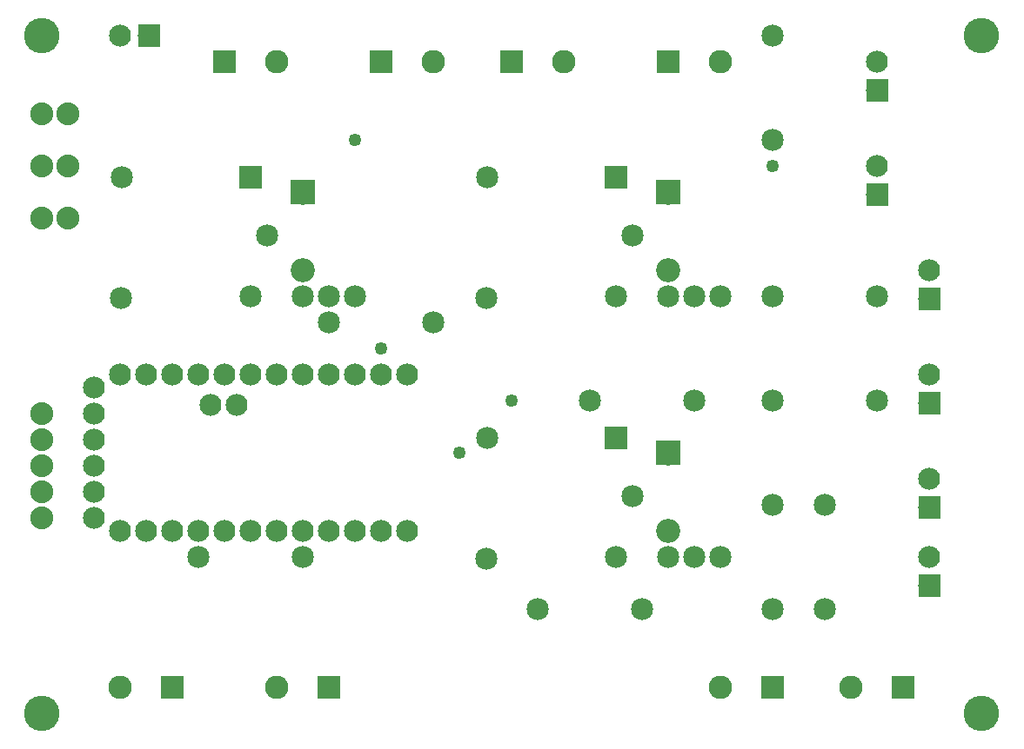
<source format=gts>
G04 MADE WITH FRITZING*
G04 WWW.FRITZING.ORG*
G04 DOUBLE SIDED*
G04 HOLES PLATED*
G04 CONTOUR ON CENTER OF CONTOUR VECTOR*
%ASAXBY*%
%FSLAX23Y23*%
%MOIN*%
%OFA0B0*%
%SFA1.0B1.0*%
%ADD10C,0.085000*%
%ADD11C,0.092000*%
%ADD12C,0.049370*%
%ADD13C,0.084000*%
%ADD14C,0.088000*%
%ADD15C,0.135984*%
%ADD16C,0.090000*%
%ADD17R,0.092000X0.092000*%
%ADD18R,0.085000X0.085000*%
%ADD19R,0.090000X0.090000*%
%ADD20R,0.001000X0.001000*%
%LNMASK1*%
G90*
G70*
G54D10*
X772Y807D03*
X1172Y807D03*
X2972Y2807D03*
X2972Y2407D03*
X2672Y1407D03*
X2272Y1407D03*
X2472Y607D03*
X2072Y607D03*
X1272Y1707D03*
X1672Y1707D03*
X2972Y1007D03*
X2972Y607D03*
X3372Y1807D03*
X2972Y1807D03*
X3372Y1407D03*
X2972Y1407D03*
X3172Y607D03*
X3172Y1007D03*
G54D11*
X2572Y1205D03*
X2572Y907D03*
X1172Y2205D03*
X1172Y1907D03*
X2572Y2205D03*
X2572Y1907D03*
G54D12*
X1472Y1607D03*
X2972Y2307D03*
X1372Y2407D03*
G54D13*
X582Y2807D03*
X472Y2807D03*
X582Y2807D03*
X472Y2807D03*
X3372Y2597D03*
X3372Y2707D03*
X3372Y2597D03*
X3372Y2707D03*
X3372Y2197D03*
X3372Y2307D03*
X3372Y2197D03*
X3372Y2307D03*
X3572Y1797D03*
X3572Y1907D03*
X3572Y1797D03*
X3572Y1907D03*
X3572Y697D03*
X3572Y807D03*
X3572Y697D03*
X3572Y807D03*
X3572Y997D03*
X3572Y1107D03*
X3572Y997D03*
X3572Y1107D03*
X3572Y1397D03*
X3572Y1507D03*
X3572Y1397D03*
X3572Y1507D03*
G54D12*
X1772Y1207D03*
G54D14*
X272Y2107D03*
X172Y2107D03*
X272Y2307D03*
X172Y2307D03*
X272Y2507D03*
X172Y2507D03*
X172Y1358D03*
X172Y1258D03*
X172Y1158D03*
X172Y1058D03*
X172Y958D03*
G54D15*
X172Y207D03*
X172Y2807D03*
X3772Y2807D03*
X3772Y207D03*
G54D12*
X1971Y1407D03*
G54D13*
X372Y1457D03*
X372Y1357D03*
X372Y1257D03*
X372Y1157D03*
X372Y1057D03*
X372Y957D03*
X472Y1507D03*
X572Y1507D03*
X672Y1507D03*
X772Y1507D03*
X872Y1507D03*
X817Y1392D03*
X917Y1392D03*
X972Y1507D03*
X1072Y1507D03*
X1172Y1507D03*
X1272Y1507D03*
X1372Y1507D03*
X1472Y1507D03*
X1572Y1507D03*
X1572Y907D03*
X1472Y907D03*
X1372Y907D03*
X1272Y907D03*
X1172Y907D03*
X1072Y907D03*
X972Y907D03*
X872Y907D03*
X772Y907D03*
X672Y907D03*
X572Y907D03*
X472Y907D03*
G54D10*
X2372Y2263D03*
X1878Y2263D03*
X1873Y1802D03*
X2434Y2041D03*
X2372Y1807D03*
X2372Y1263D03*
X1878Y1263D03*
X1873Y802D03*
X2434Y1041D03*
X2372Y807D03*
X972Y2263D03*
X478Y2263D03*
X473Y1802D03*
X1034Y2041D03*
X972Y1807D03*
X2572Y1807D03*
X2672Y1807D03*
X2772Y1807D03*
X2572Y807D03*
X2672Y807D03*
X2772Y807D03*
X1172Y1807D03*
X1272Y1807D03*
X1372Y1807D03*
G54D16*
X1272Y307D03*
X1072Y307D03*
X1472Y2707D03*
X1672Y2707D03*
X1972Y2707D03*
X2172Y2707D03*
X872Y2707D03*
X1072Y2707D03*
X2572Y2707D03*
X2772Y2707D03*
X672Y307D03*
X472Y307D03*
X3472Y307D03*
X3272Y307D03*
X2972Y307D03*
X2772Y307D03*
G54D17*
X2572Y1206D03*
X1172Y2206D03*
X2572Y2206D03*
G54D18*
X2372Y2263D03*
X2372Y1263D03*
X972Y2263D03*
G54D19*
X1272Y307D03*
X1472Y2707D03*
X1972Y2707D03*
X872Y2707D03*
X2572Y2707D03*
X672Y307D03*
X3472Y307D03*
X2972Y307D03*
G54D20*
X541Y2849D02*
X624Y2849D01*
X541Y2848D02*
X624Y2848D01*
X541Y2847D02*
X624Y2847D01*
X541Y2846D02*
X624Y2846D01*
X541Y2845D02*
X624Y2845D01*
X541Y2844D02*
X624Y2844D01*
X541Y2843D02*
X624Y2843D01*
X541Y2842D02*
X624Y2842D01*
X541Y2841D02*
X624Y2841D01*
X541Y2840D02*
X624Y2840D01*
X541Y2839D02*
X624Y2839D01*
X541Y2838D02*
X624Y2838D01*
X541Y2837D02*
X624Y2837D01*
X541Y2836D02*
X624Y2836D01*
X541Y2835D02*
X624Y2835D01*
X541Y2834D02*
X624Y2834D01*
X541Y2833D02*
X624Y2833D01*
X541Y2832D02*
X624Y2832D01*
X541Y2831D02*
X624Y2831D01*
X541Y2830D02*
X624Y2830D01*
X541Y2829D02*
X624Y2829D01*
X541Y2828D02*
X624Y2828D01*
X541Y2827D02*
X624Y2827D01*
X541Y2826D02*
X624Y2826D01*
X541Y2825D02*
X624Y2825D01*
X541Y2824D02*
X624Y2824D01*
X541Y2823D02*
X624Y2823D01*
X541Y2822D02*
X577Y2822D01*
X588Y2822D02*
X624Y2822D01*
X541Y2821D02*
X575Y2821D01*
X590Y2821D02*
X624Y2821D01*
X541Y2820D02*
X573Y2820D01*
X592Y2820D02*
X624Y2820D01*
X541Y2819D02*
X572Y2819D01*
X593Y2819D02*
X624Y2819D01*
X541Y2818D02*
X571Y2818D01*
X594Y2818D02*
X624Y2818D01*
X541Y2817D02*
X570Y2817D01*
X595Y2817D02*
X624Y2817D01*
X541Y2816D02*
X570Y2816D01*
X596Y2816D02*
X624Y2816D01*
X541Y2815D02*
X569Y2815D01*
X596Y2815D02*
X624Y2815D01*
X541Y2814D02*
X568Y2814D01*
X597Y2814D02*
X624Y2814D01*
X541Y2813D02*
X568Y2813D01*
X597Y2813D02*
X624Y2813D01*
X541Y2812D02*
X568Y2812D01*
X598Y2812D02*
X624Y2812D01*
X541Y2811D02*
X568Y2811D01*
X598Y2811D02*
X624Y2811D01*
X541Y2810D02*
X567Y2810D01*
X598Y2810D02*
X624Y2810D01*
X541Y2809D02*
X567Y2809D01*
X598Y2809D02*
X624Y2809D01*
X541Y2808D02*
X567Y2808D01*
X598Y2808D02*
X624Y2808D01*
X541Y2807D02*
X567Y2807D01*
X598Y2807D02*
X624Y2807D01*
X541Y2806D02*
X567Y2806D01*
X598Y2806D02*
X624Y2806D01*
X541Y2805D02*
X567Y2805D01*
X598Y2805D02*
X624Y2805D01*
X541Y2804D02*
X568Y2804D01*
X598Y2804D02*
X624Y2804D01*
X541Y2803D02*
X568Y2803D01*
X597Y2803D02*
X624Y2803D01*
X541Y2802D02*
X568Y2802D01*
X597Y2802D02*
X624Y2802D01*
X541Y2801D02*
X569Y2801D01*
X597Y2801D02*
X624Y2801D01*
X541Y2800D02*
X569Y2800D01*
X596Y2800D02*
X624Y2800D01*
X541Y2799D02*
X570Y2799D01*
X595Y2799D02*
X624Y2799D01*
X541Y2798D02*
X571Y2798D01*
X594Y2798D02*
X624Y2798D01*
X541Y2797D02*
X572Y2797D01*
X594Y2797D02*
X624Y2797D01*
X541Y2796D02*
X573Y2796D01*
X592Y2796D02*
X624Y2796D01*
X541Y2795D02*
X574Y2795D01*
X591Y2795D02*
X624Y2795D01*
X541Y2794D02*
X576Y2794D01*
X589Y2794D02*
X624Y2794D01*
X541Y2793D02*
X581Y2793D01*
X585Y2793D02*
X624Y2793D01*
X541Y2792D02*
X624Y2792D01*
X541Y2791D02*
X624Y2791D01*
X541Y2790D02*
X624Y2790D01*
X541Y2789D02*
X624Y2789D01*
X541Y2788D02*
X624Y2788D01*
X541Y2787D02*
X624Y2787D01*
X541Y2786D02*
X624Y2786D01*
X541Y2785D02*
X624Y2785D01*
X541Y2784D02*
X624Y2784D01*
X541Y2783D02*
X624Y2783D01*
X541Y2782D02*
X624Y2782D01*
X541Y2781D02*
X624Y2781D01*
X541Y2780D02*
X624Y2780D01*
X541Y2779D02*
X624Y2779D01*
X541Y2778D02*
X624Y2778D01*
X541Y2777D02*
X624Y2777D01*
X541Y2776D02*
X624Y2776D01*
X541Y2775D02*
X624Y2775D01*
X541Y2774D02*
X624Y2774D01*
X541Y2773D02*
X624Y2773D01*
X541Y2772D02*
X624Y2772D01*
X541Y2771D02*
X624Y2771D01*
X541Y2770D02*
X624Y2770D01*
X541Y2769D02*
X624Y2769D01*
X541Y2768D02*
X624Y2768D01*
X541Y2767D02*
X624Y2767D01*
X541Y2766D02*
X624Y2766D01*
X3331Y2639D02*
X3414Y2639D01*
X3331Y2638D02*
X3414Y2638D01*
X3331Y2637D02*
X3414Y2637D01*
X3331Y2636D02*
X3414Y2636D01*
X3331Y2635D02*
X3414Y2635D01*
X3331Y2634D02*
X3414Y2634D01*
X3331Y2633D02*
X3414Y2633D01*
X3331Y2632D02*
X3414Y2632D01*
X3331Y2631D02*
X3414Y2631D01*
X3331Y2630D02*
X3414Y2630D01*
X3331Y2629D02*
X3414Y2629D01*
X3331Y2628D02*
X3414Y2628D01*
X3331Y2627D02*
X3414Y2627D01*
X3331Y2626D02*
X3414Y2626D01*
X3331Y2625D02*
X3414Y2625D01*
X3331Y2624D02*
X3414Y2624D01*
X3331Y2623D02*
X3414Y2623D01*
X3331Y2622D02*
X3414Y2622D01*
X3331Y2621D02*
X3414Y2621D01*
X3331Y2620D02*
X3414Y2620D01*
X3331Y2619D02*
X3414Y2619D01*
X3331Y2618D02*
X3414Y2618D01*
X3331Y2617D02*
X3414Y2617D01*
X3331Y2616D02*
X3414Y2616D01*
X3331Y2615D02*
X3414Y2615D01*
X3331Y2614D02*
X3414Y2614D01*
X3331Y2613D02*
X3414Y2613D01*
X3331Y2612D02*
X3367Y2612D01*
X3378Y2612D02*
X3414Y2612D01*
X3331Y2611D02*
X3365Y2611D01*
X3380Y2611D02*
X3414Y2611D01*
X3331Y2610D02*
X3363Y2610D01*
X3382Y2610D02*
X3414Y2610D01*
X3331Y2609D02*
X3362Y2609D01*
X3383Y2609D02*
X3414Y2609D01*
X3331Y2608D02*
X3361Y2608D01*
X3384Y2608D02*
X3414Y2608D01*
X3331Y2607D02*
X3360Y2607D01*
X3385Y2607D02*
X3414Y2607D01*
X3331Y2606D02*
X3360Y2606D01*
X3386Y2606D02*
X3414Y2606D01*
X3331Y2605D02*
X3359Y2605D01*
X3386Y2605D02*
X3414Y2605D01*
X3331Y2604D02*
X3358Y2604D01*
X3387Y2604D02*
X3414Y2604D01*
X3331Y2603D02*
X3358Y2603D01*
X3387Y2603D02*
X3414Y2603D01*
X3331Y2602D02*
X3358Y2602D01*
X3388Y2602D02*
X3414Y2602D01*
X3331Y2601D02*
X3358Y2601D01*
X3388Y2601D02*
X3414Y2601D01*
X3331Y2600D02*
X3357Y2600D01*
X3388Y2600D02*
X3414Y2600D01*
X3331Y2599D02*
X3357Y2599D01*
X3388Y2599D02*
X3414Y2599D01*
X3331Y2598D02*
X3357Y2598D01*
X3388Y2598D02*
X3414Y2598D01*
X3331Y2597D02*
X3357Y2597D01*
X3388Y2597D02*
X3414Y2597D01*
X3331Y2596D02*
X3357Y2596D01*
X3388Y2596D02*
X3414Y2596D01*
X3331Y2595D02*
X3357Y2595D01*
X3388Y2595D02*
X3414Y2595D01*
X3331Y2594D02*
X3358Y2594D01*
X3388Y2594D02*
X3414Y2594D01*
X3331Y2593D02*
X3358Y2593D01*
X3387Y2593D02*
X3414Y2593D01*
X3331Y2592D02*
X3358Y2592D01*
X3387Y2592D02*
X3414Y2592D01*
X3331Y2591D02*
X3359Y2591D01*
X3387Y2591D02*
X3414Y2591D01*
X3331Y2590D02*
X3359Y2590D01*
X3386Y2590D02*
X3414Y2590D01*
X3331Y2589D02*
X3360Y2589D01*
X3385Y2589D02*
X3414Y2589D01*
X3331Y2588D02*
X3361Y2588D01*
X3384Y2588D02*
X3414Y2588D01*
X3331Y2587D02*
X3362Y2587D01*
X3384Y2587D02*
X3414Y2587D01*
X3331Y2586D02*
X3363Y2586D01*
X3382Y2586D02*
X3414Y2586D01*
X3331Y2585D02*
X3364Y2585D01*
X3381Y2585D02*
X3414Y2585D01*
X3331Y2584D02*
X3366Y2584D01*
X3379Y2584D02*
X3414Y2584D01*
X3331Y2583D02*
X3371Y2583D01*
X3375Y2583D02*
X3414Y2583D01*
X3331Y2582D02*
X3414Y2582D01*
X3331Y2581D02*
X3414Y2581D01*
X3331Y2580D02*
X3414Y2580D01*
X3331Y2579D02*
X3414Y2579D01*
X3331Y2578D02*
X3414Y2578D01*
X3331Y2577D02*
X3414Y2577D01*
X3331Y2576D02*
X3414Y2576D01*
X3331Y2575D02*
X3414Y2575D01*
X3331Y2574D02*
X3414Y2574D01*
X3331Y2573D02*
X3414Y2573D01*
X3331Y2572D02*
X3414Y2572D01*
X3331Y2571D02*
X3414Y2571D01*
X3331Y2570D02*
X3414Y2570D01*
X3331Y2569D02*
X3414Y2569D01*
X3331Y2568D02*
X3414Y2568D01*
X3331Y2567D02*
X3414Y2567D01*
X3331Y2566D02*
X3414Y2566D01*
X3331Y2565D02*
X3414Y2565D01*
X3331Y2564D02*
X3414Y2564D01*
X3331Y2563D02*
X3414Y2563D01*
X3331Y2562D02*
X3414Y2562D01*
X3331Y2561D02*
X3414Y2561D01*
X3331Y2560D02*
X3414Y2560D01*
X3331Y2559D02*
X3414Y2559D01*
X3331Y2558D02*
X3414Y2558D01*
X3331Y2557D02*
X3414Y2557D01*
X3331Y2556D02*
X3414Y2556D01*
X3331Y2239D02*
X3414Y2239D01*
X3331Y2238D02*
X3414Y2238D01*
X3331Y2237D02*
X3414Y2237D01*
X3331Y2236D02*
X3414Y2236D01*
X3331Y2235D02*
X3414Y2235D01*
X3331Y2234D02*
X3414Y2234D01*
X3331Y2233D02*
X3414Y2233D01*
X3331Y2232D02*
X3414Y2232D01*
X3331Y2231D02*
X3414Y2231D01*
X3331Y2230D02*
X3414Y2230D01*
X3331Y2229D02*
X3414Y2229D01*
X3331Y2228D02*
X3414Y2228D01*
X3331Y2227D02*
X3414Y2227D01*
X3331Y2226D02*
X3414Y2226D01*
X3331Y2225D02*
X3414Y2225D01*
X3331Y2224D02*
X3414Y2224D01*
X3331Y2223D02*
X3414Y2223D01*
X3331Y2222D02*
X3414Y2222D01*
X3331Y2221D02*
X3414Y2221D01*
X3331Y2220D02*
X3414Y2220D01*
X3331Y2219D02*
X3414Y2219D01*
X3331Y2218D02*
X3414Y2218D01*
X3331Y2217D02*
X3414Y2217D01*
X3331Y2216D02*
X3414Y2216D01*
X3331Y2215D02*
X3414Y2215D01*
X3331Y2214D02*
X3414Y2214D01*
X3331Y2213D02*
X3414Y2213D01*
X3331Y2212D02*
X3367Y2212D01*
X3378Y2212D02*
X3414Y2212D01*
X3331Y2211D02*
X3365Y2211D01*
X3380Y2211D02*
X3414Y2211D01*
X3331Y2210D02*
X3363Y2210D01*
X3382Y2210D02*
X3414Y2210D01*
X3331Y2209D02*
X3362Y2209D01*
X3383Y2209D02*
X3414Y2209D01*
X3331Y2208D02*
X3361Y2208D01*
X3384Y2208D02*
X3414Y2208D01*
X3331Y2207D02*
X3360Y2207D01*
X3385Y2207D02*
X3414Y2207D01*
X3331Y2206D02*
X3360Y2206D01*
X3386Y2206D02*
X3414Y2206D01*
X3331Y2205D02*
X3359Y2205D01*
X3386Y2205D02*
X3414Y2205D01*
X3331Y2204D02*
X3358Y2204D01*
X3387Y2204D02*
X3414Y2204D01*
X3331Y2203D02*
X3358Y2203D01*
X3387Y2203D02*
X3414Y2203D01*
X3331Y2202D02*
X3358Y2202D01*
X3388Y2202D02*
X3414Y2202D01*
X3331Y2201D02*
X3358Y2201D01*
X3388Y2201D02*
X3414Y2201D01*
X3331Y2200D02*
X3357Y2200D01*
X3388Y2200D02*
X3414Y2200D01*
X3331Y2199D02*
X3357Y2199D01*
X3388Y2199D02*
X3414Y2199D01*
X3331Y2198D02*
X3357Y2198D01*
X3388Y2198D02*
X3414Y2198D01*
X3331Y2197D02*
X3357Y2197D01*
X3388Y2197D02*
X3414Y2197D01*
X3331Y2196D02*
X3357Y2196D01*
X3388Y2196D02*
X3414Y2196D01*
X3331Y2195D02*
X3357Y2195D01*
X3388Y2195D02*
X3414Y2195D01*
X3331Y2194D02*
X3358Y2194D01*
X3388Y2194D02*
X3414Y2194D01*
X3331Y2193D02*
X3358Y2193D01*
X3387Y2193D02*
X3414Y2193D01*
X3331Y2192D02*
X3358Y2192D01*
X3387Y2192D02*
X3414Y2192D01*
X3331Y2191D02*
X3359Y2191D01*
X3387Y2191D02*
X3414Y2191D01*
X3331Y2190D02*
X3359Y2190D01*
X3386Y2190D02*
X3414Y2190D01*
X3331Y2189D02*
X3360Y2189D01*
X3385Y2189D02*
X3414Y2189D01*
X3331Y2188D02*
X3361Y2188D01*
X3384Y2188D02*
X3414Y2188D01*
X3331Y2187D02*
X3362Y2187D01*
X3383Y2187D02*
X3414Y2187D01*
X3331Y2186D02*
X3363Y2186D01*
X3382Y2186D02*
X3414Y2186D01*
X3331Y2185D02*
X3364Y2185D01*
X3381Y2185D02*
X3414Y2185D01*
X3331Y2184D02*
X3366Y2184D01*
X3379Y2184D02*
X3414Y2184D01*
X3331Y2183D02*
X3371Y2183D01*
X3375Y2183D02*
X3414Y2183D01*
X3331Y2182D02*
X3414Y2182D01*
X3331Y2181D02*
X3414Y2181D01*
X3331Y2180D02*
X3414Y2180D01*
X3331Y2179D02*
X3414Y2179D01*
X3331Y2178D02*
X3414Y2178D01*
X3331Y2177D02*
X3414Y2177D01*
X3331Y2176D02*
X3414Y2176D01*
X3331Y2175D02*
X3414Y2175D01*
X3331Y2174D02*
X3414Y2174D01*
X3331Y2173D02*
X3414Y2173D01*
X3331Y2172D02*
X3414Y2172D01*
X3331Y2171D02*
X3414Y2171D01*
X3331Y2170D02*
X3414Y2170D01*
X3331Y2169D02*
X3414Y2169D01*
X3331Y2168D02*
X3414Y2168D01*
X3331Y2167D02*
X3414Y2167D01*
X3331Y2166D02*
X3414Y2166D01*
X3331Y2165D02*
X3414Y2165D01*
X3331Y2164D02*
X3414Y2164D01*
X3331Y2163D02*
X3414Y2163D01*
X3331Y2162D02*
X3414Y2162D01*
X3331Y2161D02*
X3414Y2161D01*
X3331Y2160D02*
X3414Y2160D01*
X3331Y2159D02*
X3414Y2159D01*
X3331Y2158D02*
X3414Y2158D01*
X3331Y2157D02*
X3414Y2157D01*
X3331Y2156D02*
X3414Y2156D01*
X3531Y1839D02*
X3614Y1839D01*
X3531Y1838D02*
X3614Y1838D01*
X3531Y1837D02*
X3614Y1837D01*
X3531Y1836D02*
X3614Y1836D01*
X3531Y1835D02*
X3614Y1835D01*
X3531Y1834D02*
X3614Y1834D01*
X3531Y1833D02*
X3614Y1833D01*
X3531Y1832D02*
X3614Y1832D01*
X3531Y1831D02*
X3614Y1831D01*
X3531Y1830D02*
X3614Y1830D01*
X3531Y1829D02*
X3614Y1829D01*
X3531Y1828D02*
X3614Y1828D01*
X3531Y1827D02*
X3614Y1827D01*
X3531Y1826D02*
X3614Y1826D01*
X3531Y1825D02*
X3614Y1825D01*
X3531Y1824D02*
X3614Y1824D01*
X3531Y1823D02*
X3614Y1823D01*
X3531Y1822D02*
X3614Y1822D01*
X3531Y1821D02*
X3614Y1821D01*
X3531Y1820D02*
X3614Y1820D01*
X3531Y1819D02*
X3614Y1819D01*
X3531Y1818D02*
X3614Y1818D01*
X3531Y1817D02*
X3614Y1817D01*
X3531Y1816D02*
X3614Y1816D01*
X3531Y1815D02*
X3614Y1815D01*
X3531Y1814D02*
X3614Y1814D01*
X3531Y1813D02*
X3614Y1813D01*
X3531Y1812D02*
X3567Y1812D01*
X3578Y1812D02*
X3614Y1812D01*
X3531Y1811D02*
X3565Y1811D01*
X3580Y1811D02*
X3614Y1811D01*
X3531Y1810D02*
X3563Y1810D01*
X3582Y1810D02*
X3614Y1810D01*
X3531Y1809D02*
X3562Y1809D01*
X3583Y1809D02*
X3614Y1809D01*
X3531Y1808D02*
X3561Y1808D01*
X3584Y1808D02*
X3614Y1808D01*
X3531Y1807D02*
X3560Y1807D01*
X3585Y1807D02*
X3614Y1807D01*
X3531Y1806D02*
X3560Y1806D01*
X3586Y1806D02*
X3614Y1806D01*
X3531Y1805D02*
X3559Y1805D01*
X3586Y1805D02*
X3614Y1805D01*
X3531Y1804D02*
X3558Y1804D01*
X3587Y1804D02*
X3614Y1804D01*
X3531Y1803D02*
X3558Y1803D01*
X3587Y1803D02*
X3614Y1803D01*
X3531Y1802D02*
X3558Y1802D01*
X3588Y1802D02*
X3614Y1802D01*
X3531Y1801D02*
X3557Y1801D01*
X3588Y1801D02*
X3614Y1801D01*
X3531Y1800D02*
X3557Y1800D01*
X3588Y1800D02*
X3614Y1800D01*
X3531Y1799D02*
X3557Y1799D01*
X3588Y1799D02*
X3614Y1799D01*
X3531Y1798D02*
X3557Y1798D01*
X3588Y1798D02*
X3614Y1798D01*
X3531Y1797D02*
X3557Y1797D01*
X3588Y1797D02*
X3614Y1797D01*
X3531Y1796D02*
X3557Y1796D01*
X3588Y1796D02*
X3614Y1796D01*
X3531Y1795D02*
X3557Y1795D01*
X3588Y1795D02*
X3614Y1795D01*
X3531Y1794D02*
X3558Y1794D01*
X3588Y1794D02*
X3614Y1794D01*
X3531Y1793D02*
X3558Y1793D01*
X3587Y1793D02*
X3614Y1793D01*
X3531Y1792D02*
X3558Y1792D01*
X3587Y1792D02*
X3614Y1792D01*
X3531Y1791D02*
X3559Y1791D01*
X3587Y1791D02*
X3614Y1791D01*
X3531Y1790D02*
X3559Y1790D01*
X3586Y1790D02*
X3614Y1790D01*
X3531Y1789D02*
X3560Y1789D01*
X3585Y1789D02*
X3614Y1789D01*
X3531Y1788D02*
X3561Y1788D01*
X3584Y1788D02*
X3614Y1788D01*
X3531Y1787D02*
X3562Y1787D01*
X3583Y1787D02*
X3614Y1787D01*
X3531Y1786D02*
X3563Y1786D01*
X3582Y1786D02*
X3614Y1786D01*
X3531Y1785D02*
X3564Y1785D01*
X3581Y1785D02*
X3614Y1785D01*
X3531Y1784D02*
X3566Y1784D01*
X3579Y1784D02*
X3614Y1784D01*
X3531Y1783D02*
X3571Y1783D01*
X3575Y1783D02*
X3614Y1783D01*
X3531Y1782D02*
X3614Y1782D01*
X3531Y1781D02*
X3614Y1781D01*
X3531Y1780D02*
X3614Y1780D01*
X3531Y1779D02*
X3614Y1779D01*
X3531Y1778D02*
X3614Y1778D01*
X3531Y1777D02*
X3614Y1777D01*
X3531Y1776D02*
X3614Y1776D01*
X3531Y1775D02*
X3614Y1775D01*
X3531Y1774D02*
X3614Y1774D01*
X3531Y1773D02*
X3614Y1773D01*
X3531Y1772D02*
X3614Y1772D01*
X3531Y1771D02*
X3614Y1771D01*
X3531Y1770D02*
X3614Y1770D01*
X3531Y1769D02*
X3614Y1769D01*
X3531Y1768D02*
X3614Y1768D01*
X3531Y1767D02*
X3614Y1767D01*
X3531Y1766D02*
X3614Y1766D01*
X3531Y1765D02*
X3614Y1765D01*
X3531Y1764D02*
X3614Y1764D01*
X3531Y1763D02*
X3614Y1763D01*
X3531Y1762D02*
X3614Y1762D01*
X3531Y1761D02*
X3614Y1761D01*
X3531Y1760D02*
X3614Y1760D01*
X3531Y1759D02*
X3614Y1759D01*
X3531Y1758D02*
X3614Y1758D01*
X3531Y1757D02*
X3614Y1757D01*
X3531Y1756D02*
X3614Y1756D01*
X3531Y1439D02*
X3614Y1439D01*
X3531Y1438D02*
X3614Y1438D01*
X3531Y1437D02*
X3614Y1437D01*
X3531Y1436D02*
X3614Y1436D01*
X3531Y1435D02*
X3614Y1435D01*
X3531Y1434D02*
X3614Y1434D01*
X3531Y1433D02*
X3614Y1433D01*
X3531Y1432D02*
X3614Y1432D01*
X3531Y1431D02*
X3614Y1431D01*
X3531Y1430D02*
X3614Y1430D01*
X3531Y1429D02*
X3614Y1429D01*
X3531Y1428D02*
X3614Y1428D01*
X3531Y1427D02*
X3614Y1427D01*
X3531Y1426D02*
X3614Y1426D01*
X3531Y1425D02*
X3614Y1425D01*
X3531Y1424D02*
X3614Y1424D01*
X3531Y1423D02*
X3614Y1423D01*
X3531Y1422D02*
X3614Y1422D01*
X3531Y1421D02*
X3614Y1421D01*
X3531Y1420D02*
X3614Y1420D01*
X3531Y1419D02*
X3614Y1419D01*
X3531Y1418D02*
X3614Y1418D01*
X3531Y1417D02*
X3614Y1417D01*
X3531Y1416D02*
X3614Y1416D01*
X3531Y1415D02*
X3614Y1415D01*
X3531Y1414D02*
X3614Y1414D01*
X3531Y1413D02*
X3614Y1413D01*
X3531Y1412D02*
X3567Y1412D01*
X3578Y1412D02*
X3614Y1412D01*
X3531Y1411D02*
X3565Y1411D01*
X3581Y1411D02*
X3614Y1411D01*
X3531Y1410D02*
X3563Y1410D01*
X3582Y1410D02*
X3614Y1410D01*
X3531Y1409D02*
X3562Y1409D01*
X3583Y1409D02*
X3614Y1409D01*
X3531Y1408D02*
X3561Y1408D01*
X3584Y1408D02*
X3614Y1408D01*
X3531Y1407D02*
X3560Y1407D01*
X3585Y1407D02*
X3614Y1407D01*
X3531Y1406D02*
X3560Y1406D01*
X3586Y1406D02*
X3614Y1406D01*
X3531Y1405D02*
X3559Y1405D01*
X3586Y1405D02*
X3614Y1405D01*
X3531Y1404D02*
X3558Y1404D01*
X3587Y1404D02*
X3614Y1404D01*
X3531Y1403D02*
X3558Y1403D01*
X3587Y1403D02*
X3614Y1403D01*
X3531Y1402D02*
X3558Y1402D01*
X3588Y1402D02*
X3614Y1402D01*
X3531Y1401D02*
X3557Y1401D01*
X3588Y1401D02*
X3614Y1401D01*
X3531Y1400D02*
X3557Y1400D01*
X3588Y1400D02*
X3614Y1400D01*
X3531Y1399D02*
X3557Y1399D01*
X3588Y1399D02*
X3614Y1399D01*
X3531Y1398D02*
X3557Y1398D01*
X3588Y1398D02*
X3614Y1398D01*
X3531Y1397D02*
X3557Y1397D01*
X3588Y1397D02*
X3614Y1397D01*
X3531Y1396D02*
X3557Y1396D01*
X3588Y1396D02*
X3614Y1396D01*
X3531Y1395D02*
X3557Y1395D01*
X3588Y1395D02*
X3614Y1395D01*
X3531Y1394D02*
X3558Y1394D01*
X3588Y1394D02*
X3614Y1394D01*
X3531Y1393D02*
X3558Y1393D01*
X3587Y1393D02*
X3614Y1393D01*
X3531Y1392D02*
X3558Y1392D01*
X3587Y1392D02*
X3614Y1392D01*
X3531Y1391D02*
X3559Y1391D01*
X3587Y1391D02*
X3614Y1391D01*
X3531Y1390D02*
X3559Y1390D01*
X3586Y1390D02*
X3614Y1390D01*
X3531Y1389D02*
X3560Y1389D01*
X3585Y1389D02*
X3614Y1389D01*
X3531Y1388D02*
X3561Y1388D01*
X3584Y1388D02*
X3614Y1388D01*
X3531Y1387D02*
X3562Y1387D01*
X3583Y1387D02*
X3614Y1387D01*
X3531Y1386D02*
X3563Y1386D01*
X3582Y1386D02*
X3614Y1386D01*
X3531Y1385D02*
X3565Y1385D01*
X3581Y1385D02*
X3614Y1385D01*
X3531Y1384D02*
X3566Y1384D01*
X3579Y1384D02*
X3614Y1384D01*
X3531Y1383D02*
X3571Y1383D01*
X3574Y1383D02*
X3614Y1383D01*
X3531Y1382D02*
X3614Y1382D01*
X3531Y1381D02*
X3614Y1381D01*
X3531Y1380D02*
X3614Y1380D01*
X3531Y1379D02*
X3614Y1379D01*
X3531Y1378D02*
X3614Y1378D01*
X3531Y1377D02*
X3614Y1377D01*
X3531Y1376D02*
X3614Y1376D01*
X3531Y1375D02*
X3614Y1375D01*
X3531Y1374D02*
X3614Y1374D01*
X3531Y1373D02*
X3614Y1373D01*
X3531Y1372D02*
X3614Y1372D01*
X3531Y1371D02*
X3614Y1371D01*
X3531Y1370D02*
X3614Y1370D01*
X3531Y1369D02*
X3614Y1369D01*
X3531Y1368D02*
X3614Y1368D01*
X3531Y1367D02*
X3614Y1367D01*
X3531Y1366D02*
X3614Y1366D01*
X3531Y1365D02*
X3614Y1365D01*
X3531Y1364D02*
X3614Y1364D01*
X3531Y1363D02*
X3614Y1363D01*
X3531Y1362D02*
X3614Y1362D01*
X3531Y1361D02*
X3614Y1361D01*
X3531Y1360D02*
X3614Y1360D01*
X3531Y1359D02*
X3614Y1359D01*
X3531Y1358D02*
X3614Y1358D01*
X3531Y1357D02*
X3614Y1357D01*
X3532Y1356D02*
X3614Y1356D01*
X3531Y1039D02*
X3614Y1039D01*
X3531Y1038D02*
X3614Y1038D01*
X3531Y1037D02*
X3614Y1037D01*
X3531Y1036D02*
X3614Y1036D01*
X3531Y1035D02*
X3614Y1035D01*
X3531Y1034D02*
X3614Y1034D01*
X3531Y1033D02*
X3614Y1033D01*
X3531Y1032D02*
X3614Y1032D01*
X3531Y1031D02*
X3614Y1031D01*
X3531Y1030D02*
X3614Y1030D01*
X3531Y1029D02*
X3614Y1029D01*
X3531Y1028D02*
X3614Y1028D01*
X3531Y1027D02*
X3614Y1027D01*
X3531Y1026D02*
X3614Y1026D01*
X3531Y1025D02*
X3614Y1025D01*
X3531Y1024D02*
X3614Y1024D01*
X3531Y1023D02*
X3614Y1023D01*
X3531Y1022D02*
X3614Y1022D01*
X3531Y1021D02*
X3614Y1021D01*
X3531Y1020D02*
X3614Y1020D01*
X3531Y1019D02*
X3614Y1019D01*
X3531Y1018D02*
X3614Y1018D01*
X3531Y1017D02*
X3614Y1017D01*
X3531Y1016D02*
X3614Y1016D01*
X3531Y1015D02*
X3614Y1015D01*
X3531Y1014D02*
X3614Y1014D01*
X3531Y1013D02*
X3614Y1013D01*
X3531Y1012D02*
X3567Y1012D01*
X3578Y1012D02*
X3614Y1012D01*
X3531Y1011D02*
X3565Y1011D01*
X3581Y1011D02*
X3614Y1011D01*
X3531Y1010D02*
X3563Y1010D01*
X3582Y1010D02*
X3614Y1010D01*
X3531Y1009D02*
X3562Y1009D01*
X3583Y1009D02*
X3614Y1009D01*
X3531Y1008D02*
X3561Y1008D01*
X3584Y1008D02*
X3614Y1008D01*
X3531Y1007D02*
X3560Y1007D01*
X3585Y1007D02*
X3614Y1007D01*
X3531Y1006D02*
X3560Y1006D01*
X3586Y1006D02*
X3614Y1006D01*
X3531Y1005D02*
X3559Y1005D01*
X3586Y1005D02*
X3614Y1005D01*
X3531Y1004D02*
X3558Y1004D01*
X3587Y1004D02*
X3614Y1004D01*
X3531Y1003D02*
X3558Y1003D01*
X3587Y1003D02*
X3614Y1003D01*
X3531Y1002D02*
X3558Y1002D01*
X3588Y1002D02*
X3614Y1002D01*
X3531Y1001D02*
X3557Y1001D01*
X3588Y1001D02*
X3614Y1001D01*
X3531Y1000D02*
X3557Y1000D01*
X3588Y1000D02*
X3614Y1000D01*
X3531Y999D02*
X3557Y999D01*
X3588Y999D02*
X3614Y999D01*
X3531Y998D02*
X3557Y998D01*
X3588Y998D02*
X3614Y998D01*
X3531Y997D02*
X3557Y997D01*
X3588Y997D02*
X3614Y997D01*
X3531Y996D02*
X3557Y996D01*
X3588Y996D02*
X3614Y996D01*
X3531Y995D02*
X3557Y995D01*
X3588Y995D02*
X3614Y995D01*
X3531Y994D02*
X3558Y994D01*
X3588Y994D02*
X3614Y994D01*
X3531Y993D02*
X3558Y993D01*
X3587Y993D02*
X3614Y993D01*
X3531Y992D02*
X3558Y992D01*
X3587Y992D02*
X3614Y992D01*
X3531Y991D02*
X3559Y991D01*
X3587Y991D02*
X3614Y991D01*
X3531Y990D02*
X3559Y990D01*
X3586Y990D02*
X3614Y990D01*
X3531Y989D02*
X3560Y989D01*
X3585Y989D02*
X3614Y989D01*
X3531Y988D02*
X3561Y988D01*
X3584Y988D02*
X3614Y988D01*
X3531Y987D02*
X3562Y987D01*
X3583Y987D02*
X3614Y987D01*
X3531Y986D02*
X3563Y986D01*
X3582Y986D02*
X3614Y986D01*
X3531Y985D02*
X3565Y985D01*
X3581Y985D02*
X3614Y985D01*
X3531Y984D02*
X3566Y984D01*
X3579Y984D02*
X3614Y984D01*
X3531Y983D02*
X3571Y983D01*
X3574Y983D02*
X3614Y983D01*
X3531Y982D02*
X3614Y982D01*
X3531Y981D02*
X3614Y981D01*
X3531Y980D02*
X3614Y980D01*
X3531Y979D02*
X3614Y979D01*
X3531Y978D02*
X3614Y978D01*
X3531Y977D02*
X3614Y977D01*
X3531Y976D02*
X3614Y976D01*
X3531Y975D02*
X3614Y975D01*
X3531Y974D02*
X3614Y974D01*
X3531Y973D02*
X3614Y973D01*
X3531Y972D02*
X3614Y972D01*
X3531Y971D02*
X3614Y971D01*
X3531Y970D02*
X3614Y970D01*
X3531Y969D02*
X3614Y969D01*
X3531Y968D02*
X3614Y968D01*
X3531Y967D02*
X3614Y967D01*
X3531Y966D02*
X3614Y966D01*
X3531Y965D02*
X3614Y965D01*
X3531Y964D02*
X3614Y964D01*
X3531Y963D02*
X3614Y963D01*
X3531Y962D02*
X3614Y962D01*
X3531Y961D02*
X3614Y961D01*
X3531Y960D02*
X3614Y960D01*
X3531Y959D02*
X3614Y959D01*
X3531Y958D02*
X3614Y958D01*
X3531Y957D02*
X3614Y957D01*
X3532Y956D02*
X3614Y956D01*
X3531Y739D02*
X3614Y739D01*
X3531Y738D02*
X3614Y738D01*
X3531Y737D02*
X3614Y737D01*
X3531Y736D02*
X3614Y736D01*
X3531Y735D02*
X3614Y735D01*
X3531Y734D02*
X3614Y734D01*
X3531Y733D02*
X3614Y733D01*
X3531Y732D02*
X3614Y732D01*
X3531Y731D02*
X3614Y731D01*
X3531Y730D02*
X3614Y730D01*
X3531Y729D02*
X3614Y729D01*
X3531Y728D02*
X3614Y728D01*
X3531Y727D02*
X3614Y727D01*
X3531Y726D02*
X3614Y726D01*
X3531Y725D02*
X3614Y725D01*
X3531Y724D02*
X3614Y724D01*
X3531Y723D02*
X3614Y723D01*
X3531Y722D02*
X3614Y722D01*
X3531Y721D02*
X3614Y721D01*
X3531Y720D02*
X3614Y720D01*
X3531Y719D02*
X3614Y719D01*
X3531Y718D02*
X3614Y718D01*
X3531Y717D02*
X3614Y717D01*
X3531Y716D02*
X3614Y716D01*
X3531Y715D02*
X3614Y715D01*
X3531Y714D02*
X3614Y714D01*
X3531Y713D02*
X3614Y713D01*
X3531Y712D02*
X3567Y712D01*
X3578Y712D02*
X3614Y712D01*
X3531Y711D02*
X3565Y711D01*
X3581Y711D02*
X3614Y711D01*
X3531Y710D02*
X3563Y710D01*
X3582Y710D02*
X3614Y710D01*
X3531Y709D02*
X3562Y709D01*
X3583Y709D02*
X3614Y709D01*
X3531Y708D02*
X3561Y708D01*
X3584Y708D02*
X3614Y708D01*
X3531Y707D02*
X3560Y707D01*
X3585Y707D02*
X3614Y707D01*
X3531Y706D02*
X3560Y706D01*
X3586Y706D02*
X3614Y706D01*
X3531Y705D02*
X3559Y705D01*
X3586Y705D02*
X3614Y705D01*
X3531Y704D02*
X3558Y704D01*
X3587Y704D02*
X3614Y704D01*
X3531Y703D02*
X3558Y703D01*
X3587Y703D02*
X3614Y703D01*
X3531Y702D02*
X3558Y702D01*
X3588Y702D02*
X3614Y702D01*
X3531Y701D02*
X3557Y701D01*
X3588Y701D02*
X3614Y701D01*
X3531Y700D02*
X3557Y700D01*
X3588Y700D02*
X3614Y700D01*
X3531Y699D02*
X3557Y699D01*
X3588Y699D02*
X3614Y699D01*
X3531Y698D02*
X3557Y698D01*
X3588Y698D02*
X3614Y698D01*
X3531Y697D02*
X3557Y697D01*
X3588Y697D02*
X3614Y697D01*
X3531Y696D02*
X3557Y696D01*
X3588Y696D02*
X3614Y696D01*
X3531Y695D02*
X3557Y695D01*
X3588Y695D02*
X3614Y695D01*
X3531Y694D02*
X3558Y694D01*
X3588Y694D02*
X3614Y694D01*
X3531Y693D02*
X3558Y693D01*
X3587Y693D02*
X3614Y693D01*
X3531Y692D02*
X3558Y692D01*
X3587Y692D02*
X3614Y692D01*
X3531Y691D02*
X3559Y691D01*
X3587Y691D02*
X3614Y691D01*
X3531Y690D02*
X3559Y690D01*
X3586Y690D02*
X3614Y690D01*
X3531Y689D02*
X3560Y689D01*
X3585Y689D02*
X3614Y689D01*
X3531Y688D02*
X3561Y688D01*
X3584Y688D02*
X3614Y688D01*
X3531Y687D02*
X3562Y687D01*
X3583Y687D02*
X3614Y687D01*
X3531Y686D02*
X3563Y686D01*
X3582Y686D02*
X3614Y686D01*
X3531Y685D02*
X3565Y685D01*
X3581Y685D02*
X3614Y685D01*
X3531Y684D02*
X3566Y684D01*
X3579Y684D02*
X3614Y684D01*
X3531Y683D02*
X3571Y683D01*
X3574Y683D02*
X3614Y683D01*
X3531Y682D02*
X3614Y682D01*
X3531Y681D02*
X3614Y681D01*
X3531Y680D02*
X3614Y680D01*
X3531Y679D02*
X3614Y679D01*
X3531Y678D02*
X3614Y678D01*
X3531Y677D02*
X3614Y677D01*
X3531Y676D02*
X3614Y676D01*
X3531Y675D02*
X3614Y675D01*
X3531Y674D02*
X3614Y674D01*
X3531Y673D02*
X3614Y673D01*
X3531Y672D02*
X3614Y672D01*
X3531Y671D02*
X3614Y671D01*
X3531Y670D02*
X3614Y670D01*
X3531Y669D02*
X3614Y669D01*
X3531Y668D02*
X3614Y668D01*
X3531Y667D02*
X3614Y667D01*
X3531Y666D02*
X3614Y666D01*
X3531Y665D02*
X3614Y665D01*
X3531Y664D02*
X3614Y664D01*
X3531Y663D02*
X3614Y663D01*
X3531Y662D02*
X3614Y662D01*
X3531Y661D02*
X3614Y661D01*
X3531Y660D02*
X3614Y660D01*
X3531Y659D02*
X3614Y659D01*
X3531Y658D02*
X3614Y658D01*
X3531Y657D02*
X3614Y657D01*
X3532Y656D02*
X3614Y656D01*
D02*
G04 End of Mask1*
M02*
</source>
